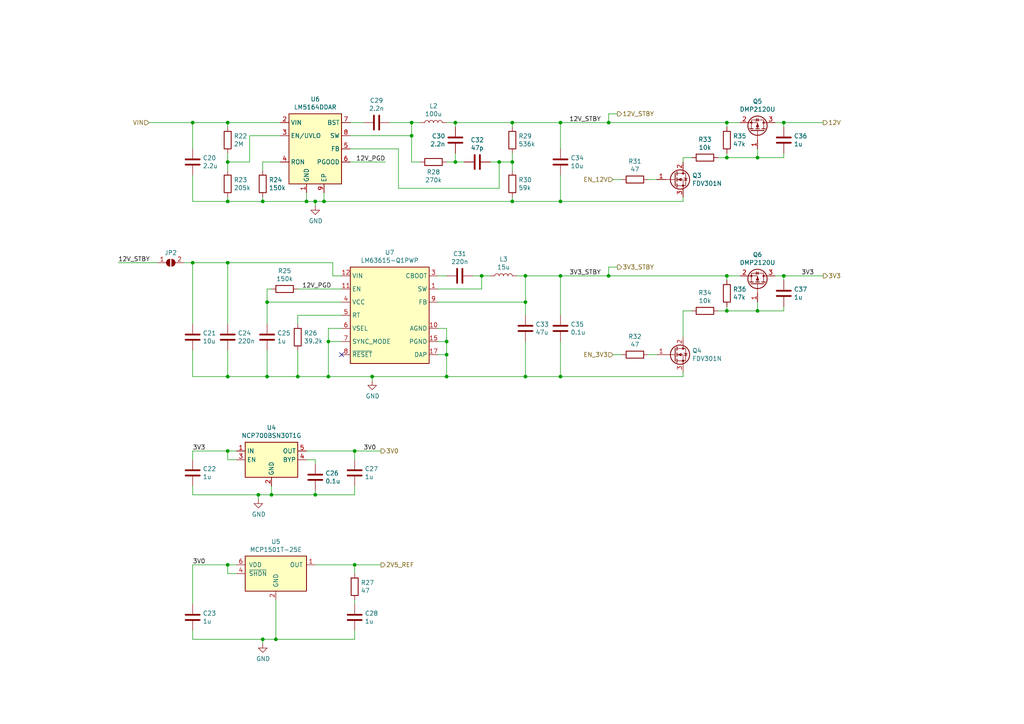
<source format=kicad_sch>
(kicad_sch (version 20211123) (generator eeschema)
  (paper "A4")
  (lib_symbols
    (symbol "Device:C" (pin_numbers hide) (pin_names (offset 0.254))
      (property "Reference" "C" (at 0.635 2.54 0))
      (property "Value" "C" (at 0.635 -2.54 0))
      (symbol "C_0_1"
        (polyline (pts (xy -2.032 -0.762) (xy 2.032 -0.762)) (stroke (width 0.508)))
        (polyline (pts (xy -2.032 0.762) (xy 2.032 0.762)) (stroke (width 0.508)))
      )
      (symbol "C_1_1"
        (pin passive line (at 0 3.81 270) (length 2.794) (name "~") (number "1"))
        (pin passive line (at 0 -3.81 90) (length 2.794) (name "~") (number "2"))
      )
    )
    (symbol "Device:L" (pin_numbers hide) (pin_names (offset 1.016) hide)
      (property "Reference" "L" (at -1.27 0 90))
      (property "Value" "L" (at 1.905 0 90))
      (symbol "L_0_1"
        (arc (start 0 -2.54) (mid 0.635 -1.905) (end 0 -1.27))
        (arc (start 0 -1.27) (mid 0.635 -0.635) (end 0 0))
        (arc (start 0 0) (mid 0.635 0.635) (end 0 1.27))
        (arc (start 0 1.27) (mid 0.635 1.905) (end 0 2.54))
      )
      (symbol "L_1_1"
        (pin passive line (at 0 3.81 270) (length 1.27) (name "1") (number "1"))
        (pin passive line (at 0 -3.81 90) (length 1.27) (name "2") (number "2"))
      )
    )
    (symbol "Device:Q_NMOS_GDS" (pin_names (offset 0) hide)
      (property "Reference" "Q" (at 5.08 1.27 0))
      (property "Value" "Q_NMOS_GDS" (at 5.08 -1.27 0))
      (symbol "Q_NMOS_GDS_0_1"
        (polyline (pts (xy 0.254 0) (xy -2.54 0)))
        (polyline (pts (xy 0.254 1.905) (xy 0.254 -1.905)) (stroke (width 0.254)))
        (polyline (pts (xy 0.762 -1.27) (xy 0.762 -2.286)) (stroke (width 0.254)))
        (polyline (pts (xy 0.762 0.508) (xy 0.762 -0.508)) (stroke (width 0.254)))
        (polyline (pts (xy 0.762 2.286) (xy 0.762 1.27)) (stroke (width 0.254)))
        (polyline (pts (xy 2.54 2.54) (xy 2.54 1.778)))
        (polyline (pts (xy 2.54 -2.54) (xy 2.54 0) (xy 0.762 0)))
        (polyline (pts (xy 0.762 -1.778) (xy 3.302 -1.778) (xy 3.302 1.778) (xy 0.762 1.778)))
        (polyline (pts (xy 1.016 0) (xy 2.032 0.381) (xy 2.032 -0.381) (xy 1.016 0)) (fill (type outline)))
        (polyline (pts (xy 2.794 0.508) (xy 2.921 0.381) (xy 3.683 0.381) (xy 3.81 0.254)))
        (polyline (pts (xy 3.302 0.381) (xy 2.921 -0.254) (xy 3.683 -0.254) (xy 3.302 0.381)))
        (circle (center 1.651 0) (radius 2.794) (stroke (width 0.254)))
        (circle (center 2.54 -1.778) (radius 0.254) (fill (type outline)))
        (circle (center 2.54 1.778) (radius 0.254) (fill (type outline)))
      )
      (symbol "Q_NMOS_GDS_1_1"
        (pin input line (at -5.08 0 0) (length 2.54) (name "G") (number "1"))
        (pin passive line (at 2.54 5.08 270) (length 2.54) (name "D") (number "2"))
        (pin passive line (at 2.54 -5.08 90) (length 2.54) (name "S") (number "3"))
      )
    )
    (symbol "Device:Q_PMOS_GSD" (pin_names (offset 0) hide)
      (property "Reference" "Q" (at 5.08 1.27 0))
      (property "Value" "Q_PMOS_GSD" (at 5.08 -1.27 0))
      (symbol "Q_PMOS_GSD_0_1"
        (polyline (pts (xy 0.254 0) (xy -2.54 0)))
        (polyline (pts (xy 0.254 1.905) (xy 0.254 -1.905)) (stroke (width 0.254)))
        (polyline (pts (xy 0.762 -1.27) (xy 0.762 -2.286)) (stroke (width 0.254)))
        (polyline (pts (xy 0.762 0.508) (xy 0.762 -0.508)) (stroke (width 0.254)))
        (polyline (pts (xy 0.762 2.286) (xy 0.762 1.27)) (stroke (width 0.254)))
        (polyline (pts (xy 2.54 2.54) (xy 2.54 1.778)))
        (polyline (pts (xy 2.54 -2.54) (xy 2.54 0) (xy 0.762 0)))
        (polyline (pts (xy 0.762 1.778) (xy 3.302 1.778) (xy 3.302 -1.778) (xy 0.762 -1.778)))
        (polyline (pts (xy 2.286 0) (xy 1.27 0.381) (xy 1.27 -0.381) (xy 2.286 0)) (fill (type outline)))
        (polyline (pts (xy 2.794 -0.508) (xy 2.921 -0.381) (xy 3.683 -0.381) (xy 3.81 -0.254)))
        (polyline (pts (xy 3.302 -0.381) (xy 2.921 0.254) (xy 3.683 0.254) (xy 3.302 -0.381)))
        (circle (center 1.651 0) (radius 2.794) (stroke (width 0.254)))
        (circle (center 2.54 -1.778) (radius 0.254) (fill (type outline)))
        (circle (center 2.54 1.778) (radius 0.254) (fill (type outline)))
      )
      (symbol "Q_PMOS_GSD_1_1"
        (pin input line (at -5.08 0 0) (length 2.54) (name "G") (number "1"))
        (pin passive line (at 2.54 -5.08 90) (length 2.54) (name "S") (number "2"))
        (pin passive line (at 2.54 5.08 270) (length 2.54) (name "D") (number "3"))
      )
    )
    (symbol "Device:R" (pin_numbers hide) (pin_names (offset 0))
      (property "Reference" "R" (at 2.032 0 90))
      (property "Value" "R" (at 0 0 90))
      (symbol "R_0_1"
        (rectangle (start -1.016 -2.54) (end 1.016 2.54) (stroke (width 0.254)))
      )
      (symbol "R_1_1"
        (pin passive line (at 0 3.81 270) (length 1.27) (name "~") (number "1"))
        (pin passive line (at 0 -3.81 90) (length 1.27) (name "~") (number "2"))
      )
    )
    (symbol "Jumper:SolderJumper_2_Open" (pin_names (offset 0) hide)
      (property "Reference" "JP" (at 0 2.032 0))
      (property "Value" "SolderJumper_2_Open" (at 0 -2.54 0))
      (symbol "SolderJumper_2_Open_0_1"
        (arc (start -0.254 1.016) (mid -1.27 0) (end -0.254 -1.016))
        (arc (start -0.254 1.016) (mid -1.27 0) (end -0.254 -1.016) (fill (type outline)))
        (polyline (pts (xy -0.254 1.016) (xy -0.254 -1.016)))
        (polyline (pts (xy 0.254 1.016) (xy 0.254 -1.016)))
        (arc (start 0.254 -1.016) (mid 1.27 0) (end 0.254 1.016))
        (arc (start 0.254 -1.016) (mid 1.27 0) (end 0.254 1.016) (fill (type outline)))
      )
      (symbol "SolderJumper_2_Open_1_1"
        (pin passive line (at -3.81 0 0) (length 2.54) (name "A") (number "1"))
        (pin passive line (at 3.81 0 180) (length 2.54) (name "B") (number "2"))
      )
    )
    (symbol "Station:LM5164DDAR"
      (property "Reference" "U" (at -7.62 11.43 0))
      (property "Value" "LM5164DDAR" (at 7.62 11.43 0))
      (symbol "LM5164DDAR_0_1"
        (rectangle (start -7.62 10.16) (end 7.62 -10.16) (stroke (width 0.254)) (fill (type background)))
      )
      (symbol "LM5164DDAR_1_1"
        (pin power_in line (at -2.54 -12.7 90) (length 2.54) (name "GND") (number "1"))
        (pin power_in line (at -10.16 7.62 0) (length 2.54) (name "VIN") (number "2"))
        (pin input line (at -10.16 3.81 0) (length 2.54) (name "EN/UVLO") (number "3"))
        (pin input line (at -10.16 -3.81 0) (length 2.54) (name "RON") (number "4"))
        (pin input line (at 10.16 0 180) (length 2.54) (name "FB") (number "5"))
        (pin open_collector line (at 10.16 -3.81 180) (length 2.54) (name "PGOOD") (number "6"))
        (pin passive line (at 10.16 7.62 180) (length 2.54) (name "BST") (number "7"))
        (pin power_out line (at 10.16 3.81 180) (length 2.54) (name "SW") (number "8"))
        (pin passive line (at 2.54 -12.7 90) (length 2.54) (name "EP") (number "9"))
      )
    )
    (symbol "Station:LM63615-Q1PWP"
      (property "Reference" "U" (at -8.89 17.78 0))
      (property "Value" "LM63615-Q1PWP" (at -8.89 15.24 0))
      (symbol "LM63615-Q1PWP_0_1"
        (rectangle (start -11.43 13.97) (end 11.43 -13.97) (stroke (width 0.254)) (fill (type background)))
      )
      (symbol "LM63615-Q1PWP_1_1"
        (pin power_out line (at 13.97 7.62 180) (length 2.54) (name "SW") (number "1"))
        (pin power_in line (at 13.97 -3.81 180) (length 2.54) (name "AGND") (number "10"))
        (pin input line (at -13.97 7.62 0) (length 2.54) (name "EN") (number "11"))
        (pin power_in line (at -13.97 11.43 0) (length 2.54) (name "VIN") (number "12"))
        (pin passive line (at -13.97 11.43 0) (length 2.54) hide (name "VIN") (number "13"))
        (pin no_connect line (at 11.43 0 180) (length 2.54) hide (name "NC") (number "14"))
        (pin power_in line (at 13.97 -7.62 180) (length 2.54) (name "PGND") (number "15"))
        (pin passive line (at 13.97 -7.62 180) (length 2.54) hide (name "PGND") (number "16"))
        (pin power_in line (at 13.97 -11.43 180) (length 2.54) (name "DAP") (number "17"))
        (pin passive line (at 13.97 7.62 180) (length 2.54) hide (name "SW") (number "2"))
        (pin passive line (at 13.97 11.43 180) (length 2.54) (name "CBOOT") (number "3"))
        (pin power_out line (at -13.97 3.81 0) (length 2.54) (name "VCC") (number "4"))
        (pin input line (at -13.97 0 0) (length 2.54) (name "RT") (number "5"))
        (pin input line (at -13.97 -3.81 0) (length 2.54) (name "VSEL") (number "6"))
        (pin input line (at -13.97 -7.62 0) (length 2.54) (name "SYNC_MODE") (number "7"))
        (pin input line (at -13.97 -11.43 0) (length 2.54) (name "~{RESET}") (number "8"))
        (pin input line (at 13.97 3.81 180) (length 2.54) (name "FB") (number "9"))
      )
    )
    (symbol "Station:MCP1501T-25E" (pin_names (offset 1.016))
      (property "Reference" "U" (at 1.27 6.35 0))
      (property "Value" "MCP1501T-25E" (at -1.27 6.35 0))
      (symbol "MCP1501T-25E_0_1"
        (rectangle (start -8.89 5.08) (end 8.89 -5.08) (stroke (width 0.254)) (fill (type background)))
      )
      (symbol "MCP1501T-25E_1_1"
        (pin power_out line (at 11.43 2.54 180) (length 2.54) (name "OUT") (number "1"))
        (pin power_in line (at 0 -7.62 90) (length 2.54) (name "GND") (number "2"))
        (pin passive line (at 0 -7.62 90) (length 2.54) hide (name "GND") (number "3"))
        (pin input line (at -11.43 0 0) (length 2.54) (name "~{SHDN}") (number "4"))
        (pin passive line (at 0 -7.62 90) (length 2.54) hide (name "GND") (number "5"))
        (pin power_in line (at -11.43 2.54 0) (length 2.54) (name "VDD") (number "6"))
      )
    )
    (symbol "Station:NCP700BSN30T1G"
      (property "Reference" "U" (at -6.35 6.35 0))
      (property "Value" "NCP700BSN30T1G" (at 1.27 6.35 0))
      (symbol "NCP700BSN30T1G_0_1"
        (rectangle (start -7.62 -5.08) (end 7.62 5.08) (stroke (width 0.254)) (fill (type background)))
      )
      (symbol "NCP700BSN30T1G_1_1"
        (pin power_in line (at -10.16 2.54 0) (length 2.54) (name "IN") (number "1"))
        (pin power_in line (at 0 -7.62 90) (length 2.54) (name "GND") (number "2"))
        (pin input line (at -10.16 0 0) (length 2.54) (name "EN") (number "3"))
        (pin passive line (at 10.16 0 180) (length 2.54) (name "BYP") (number "4"))
        (pin power_out line (at 10.16 2.54 180) (length 2.54) (name "OUT") (number "5"))
      )
    )
    (symbol "power:GND" (power) (pin_names (offset 0))
      (property "Value" "GND" (at 0 -3.81 0))
      (symbol "GND_0_1"
        (polyline (pts (xy 0 0) (xy 0 -1.27) (xy 1.27 -1.27) (xy 0 -2.54) (xy -1.27 -1.27) (xy 0 -1.27)))
      )
      (symbol "GND_1_1"
        (pin power_in line (at 0 0 270) (length 0) hide (name "GND") (number "1"))
      )
    )
  )
  (junction (at 148.59 35.56))
  (junction (at 66.04 58.42))
  (junction (at 152.4 109.22))
  (junction (at 162.56 80.01))
  (junction (at 86.36 109.22))
  (junction (at 148.59 46.99))
  (junction (at 77.47 87.63))
  (junction (at 88.9 58.42))
  (junction (at 129.54 109.22))
  (junction (at 227.33 35.56))
  (junction (at 139.7 80.01))
  (junction (at 91.44 143.51))
  (junction (at 162.56 58.42))
  (junction (at 66.04 76.2))
  (junction (at 210.82 45.72))
  (junction (at 74.93 143.51))
  (junction (at 80.01 185.42))
  (junction (at 102.87 130.81))
  (junction (at 78.74 143.51))
  (junction (at 66.04 46.99))
  (junction (at 176.53 80.01))
  (junction (at 119.38 39.37))
  (junction (at 132.08 35.56))
  (junction (at 144.78 46.99))
  (junction (at 66.04 35.56))
  (junction (at 93.98 58.42))
  (junction (at 102.87 163.83))
  (junction (at 55.88 76.2))
  (junction (at 129.54 102.87))
  (junction (at 210.82 90.17))
  (junction (at 162.56 35.56))
  (junction (at 219.71 45.72))
  (junction (at 219.71 90.17))
  (junction (at 210.82 35.56))
  (junction (at 176.53 35.56))
  (junction (at 95.25 109.22))
  (junction (at 132.08 46.99))
  (junction (at 66.04 163.83))
  (junction (at 95.25 99.06))
  (junction (at 76.2 58.42))
  (junction (at 210.82 80.01))
  (junction (at 66.04 109.22))
  (junction (at 162.56 109.22))
  (junction (at 66.04 130.81))
  (junction (at 129.54 99.06))
  (junction (at 107.95 109.22))
  (junction (at 77.47 109.22))
  (junction (at 55.88 35.56))
  (junction (at 152.4 80.01))
  (junction (at 91.44 58.42))
  (junction (at 152.4 87.63))
  (junction (at 148.59 58.42))
  (junction (at 76.2 185.42))
  (junction (at 227.33 80.01))
  (junction (at 119.38 35.56))
  (no_connect (at 99.06 102.87))
  (wire (pts (xy 102.87 130.81) (xy 88.9 130.81)))
  (wire (pts (xy 113.03 35.56) (xy 119.38 35.56)))
  (wire (pts (xy 66.04 163.83) (xy 66.04 166.37)))
  (wire (pts (xy 137.16 80.01) (xy 139.7 80.01)))
  (wire (pts (xy 162.56 50.8) (xy 162.56 58.42)))
  (wire (pts (xy 91.44 58.42) (xy 88.9 58.42)))
  (wire (pts (xy 68.58 163.83) (xy 66.04 163.83)))
  (wire (pts (xy 55.88 130.81) (xy 55.88 133.35)))
  (wire (pts (xy 187.96 102.87) (xy 190.5 102.87)))
  (wire (pts (xy 110.49 130.81) (xy 102.87 130.81)))
  (wire (pts (xy 177.8 102.87) (xy 180.34 102.87)))
  (wire (pts (xy 176.53 35.56) (xy 210.82 35.56)))
  (wire (pts (xy 66.04 58.42) (xy 55.88 58.42)))
  (wire (pts (xy 66.04 58.42) (xy 66.04 57.15)))
  (wire (pts (xy 176.53 77.47) (xy 179.07 77.47)))
  (wire (pts (xy 95.25 99.06) (xy 95.25 109.22)))
  (wire (pts (xy 176.53 80.01) (xy 210.82 80.01)))
  (wire (pts (xy 129.54 109.22) (xy 152.4 109.22)))
  (wire (pts (xy 88.9 133.35) (xy 91.44 133.35)))
  (wire (pts (xy 210.82 44.45) (xy 210.82 45.72)))
  (wire (pts (xy 55.88 140.97) (xy 55.88 143.51)))
  (wire (pts (xy 129.54 99.06) (xy 127 99.06)))
  (wire (pts (xy 227.33 80.01) (xy 238.76 80.01)))
  (wire (pts (xy 148.59 58.42) (xy 148.59 57.15)))
  (wire (pts (xy 102.87 182.88) (xy 102.87 185.42)))
  (wire (pts (xy 99.06 80.01) (xy 96.52 80.01)))
  (wire (pts (xy 76.2 46.99) (xy 81.28 46.99)))
  (wire (pts (xy 162.56 109.22) (xy 198.12 109.22)))
  (wire (pts (xy 55.88 163.83) (xy 55.88 175.26)))
  (wire (pts (xy 127 80.01) (xy 129.54 80.01)))
  (wire (pts (xy 127 87.63) (xy 152.4 87.63)))
  (wire (pts (xy 66.04 166.37) (xy 68.58 166.37)))
  (wire (pts (xy 144.78 46.99) (xy 144.78 54.61)))
  (wire (pts (xy 107.95 109.22) (xy 95.25 109.22)))
  (wire (pts (xy 119.38 35.56) (xy 121.92 35.56)))
  (wire (pts (xy 129.54 109.22) (xy 107.95 109.22)))
  (wire (pts (xy 80.01 185.42) (xy 102.87 185.42)))
  (wire (pts (xy 110.49 163.83) (xy 102.87 163.83)))
  (wire (pts (xy 119.38 39.37) (xy 101.6 39.37)))
  (wire (pts (xy 91.44 143.51) (xy 102.87 143.51)))
  (wire (pts (xy 144.78 46.99) (xy 148.59 46.99)))
  (wire (pts (xy 96.52 80.01) (xy 96.52 76.2)))
  (wire (pts (xy 115.57 43.18) (xy 115.57 54.61)))
  (wire (pts (xy 219.71 87.63) (xy 219.71 90.17)))
  (wire (pts (xy 93.98 55.88) (xy 93.98 58.42)))
  (wire (pts (xy 74.93 143.51) (xy 74.93 144.78)))
  (wire (pts (xy 66.04 101.6) (xy 66.04 109.22)))
  (wire (pts (xy 210.82 90.17) (xy 219.71 90.17)))
  (wire (pts (xy 152.4 80.01) (xy 162.56 80.01)))
  (wire (pts (xy 129.54 99.06) (xy 129.54 102.87)))
  (wire (pts (xy 86.36 91.44) (xy 86.36 93.98)))
  (wire (pts (xy 55.88 109.22) (xy 55.88 101.6)))
  (wire (pts (xy 102.87 140.97) (xy 102.87 143.51)))
  (wire (pts (xy 80.01 173.99) (xy 80.01 185.42)))
  (wire (pts (xy 148.59 35.56) (xy 132.08 35.56)))
  (wire (pts (xy 86.36 101.6) (xy 86.36 109.22)))
  (wire (pts (xy 91.44 133.35) (xy 91.44 134.62)))
  (wire (pts (xy 66.04 163.83) (xy 55.88 163.83)))
  (wire (pts (xy 227.33 35.56) (xy 238.76 35.56)))
  (wire (pts (xy 55.88 35.56) (xy 43.18 35.56)))
  (wire (pts (xy 72.39 46.99) (xy 72.39 39.37)))
  (wire (pts (xy 66.04 130.81) (xy 68.58 130.81)))
  (wire (pts (xy 142.24 46.99) (xy 144.78 46.99)))
  (wire (pts (xy 78.74 83.82) (xy 77.47 83.82)))
  (wire (pts (xy 93.98 58.42) (xy 148.59 58.42)))
  (wire (pts (xy 76.2 58.42) (xy 66.04 58.42)))
  (wire (pts (xy 162.56 58.42) (xy 148.59 58.42)))
  (wire (pts (xy 102.87 175.26) (xy 102.87 173.99)))
  (wire (pts (xy 76.2 185.42) (xy 80.01 185.42)))
  (wire (pts (xy 88.9 55.88) (xy 88.9 58.42)))
  (wire (pts (xy 76.2 58.42) (xy 76.2 57.15)))
  (wire (pts (xy 66.04 49.53) (xy 66.04 46.99)))
  (wire (pts (xy 129.54 102.87) (xy 129.54 109.22)))
  (wire (pts (xy 162.56 99.06) (xy 162.56 109.22)))
  (wire (pts (xy 148.59 35.56) (xy 148.59 36.83)))
  (wire (pts (xy 210.82 45.72) (xy 219.71 45.72)))
  (wire (pts (xy 78.74 140.97) (xy 78.74 143.51)))
  (wire (pts (xy 105.41 35.56) (xy 101.6 35.56)))
  (wire (pts (xy 99.06 95.25) (xy 95.25 95.25)))
  (wire (pts (xy 101.6 46.99) (xy 111.76 46.99)))
  (wire (pts (xy 119.38 46.99) (xy 119.38 39.37)))
  (wire (pts (xy 198.12 58.42) (xy 198.12 57.15)))
  (wire (pts (xy 95.25 109.22) (xy 86.36 109.22)))
  (wire (pts (xy 198.12 109.22) (xy 198.12 107.95)))
  (wire (pts (xy 227.33 36.83) (xy 227.33 35.56)))
  (wire (pts (xy 162.56 35.56) (xy 162.56 43.18)))
  (wire (pts (xy 224.79 35.56) (xy 227.33 35.56)))
  (wire (pts (xy 177.8 52.07) (xy 180.34 52.07)))
  (wire (pts (xy 66.04 46.99) (xy 72.39 46.99)))
  (wire (pts (xy 99.06 87.63) (xy 77.47 87.63)))
  (wire (pts (xy 86.36 109.22) (xy 77.47 109.22)))
  (wire (pts (xy 66.04 35.56) (xy 55.88 35.56)))
  (wire (pts (xy 198.12 46.99) (xy 198.12 45.72)))
  (wire (pts (xy 72.39 39.37) (xy 81.28 39.37)))
  (wire (pts (xy 152.4 99.06) (xy 152.4 109.22)))
  (wire (pts (xy 132.08 35.56) (xy 129.54 35.56)))
  (wire (pts (xy 187.96 52.07) (xy 190.5 52.07)))
  (wire (pts (xy 76.2 49.53) (xy 76.2 46.99)))
  (wire (pts (xy 53.34 76.2) (xy 55.88 76.2)))
  (wire (pts (xy 210.82 45.72) (xy 208.28 45.72)))
  (wire (pts (xy 66.04 44.45) (xy 66.04 46.99)))
  (wire (pts (xy 152.4 109.22) (xy 162.56 109.22)))
  (wire (pts (xy 102.87 166.37) (xy 102.87 163.83)))
  (wire (pts (xy 66.04 76.2) (xy 66.04 93.98)))
  (wire (pts (xy 149.86 80.01) (xy 152.4 80.01)))
  (wire (pts (xy 95.25 99.06) (xy 99.06 99.06)))
  (wire (pts (xy 66.04 109.22) (xy 55.88 109.22)))
  (wire (pts (xy 66.04 133.35) (xy 66.04 130.81)))
  (wire (pts (xy 81.28 35.56) (xy 66.04 35.56)))
  (wire (pts (xy 132.08 36.83) (xy 132.08 35.56)))
  (wire (pts (xy 86.36 83.82) (xy 99.06 83.82)))
  (wire (pts (xy 91.44 58.42) (xy 93.98 58.42)))
  (wire (pts (xy 152.4 80.01) (xy 152.4 87.63)))
  (wire (pts (xy 95.25 95.25) (xy 95.25 99.06)))
  (wire (pts (xy 66.04 35.56) (xy 66.04 36.83)))
  (wire (pts (xy 78.74 143.51) (xy 91.44 143.51)))
  (wire (pts (xy 74.93 143.51) (xy 55.88 143.51)))
  (wire (pts (xy 200.66 90.17) (xy 198.12 90.17)))
  (wire (pts (xy 210.82 35.56) (xy 210.82 36.83)))
  (wire (pts (xy 55.88 182.88) (xy 55.88 185.42)))
  (wire (pts (xy 99.06 91.44) (xy 86.36 91.44)))
  (wire (pts (xy 119.38 35.56) (xy 119.38 39.37)))
  (wire (pts (xy 91.44 142.24) (xy 91.44 143.51)))
  (wire (pts (xy 68.58 133.35) (xy 66.04 133.35)))
  (wire (pts (xy 162.56 80.01) (xy 176.53 80.01)))
  (wire (pts (xy 224.79 80.01) (xy 227.33 80.01)))
  (wire (pts (xy 139.7 80.01) (xy 139.7 83.82)))
  (wire (pts (xy 132.08 46.99) (xy 134.62 46.99)))
  (wire (pts (xy 148.59 35.56) (xy 162.56 35.56)))
  (wire (pts (xy 77.47 109.22) (xy 77.47 101.6)))
  (wire (pts (xy 102.87 163.83) (xy 91.44 163.83)))
  (wire (pts (xy 55.88 43.18) (xy 55.88 35.56)))
  (wire (pts (xy 214.63 80.01) (xy 210.82 80.01)))
  (wire (pts (xy 227.33 44.45) (xy 227.33 45.72)))
  (wire (pts (xy 162.56 58.42) (xy 198.12 58.42)))
  (wire (pts (xy 227.33 90.17) (xy 219.71 90.17)))
  (wire (pts (xy 96.52 76.2) (xy 66.04 76.2)))
  (wire (pts (xy 148.59 49.53) (xy 148.59 46.99)))
  (wire (pts (xy 129.54 95.25) (xy 129.54 99.06)))
  (wire (pts (xy 121.92 46.99) (xy 119.38 46.99)))
  (wire (pts (xy 139.7 83.82) (xy 127 83.82)))
  (wire (pts (xy 210.82 80.01) (xy 210.82 81.28)))
  (wire (pts (xy 34.29 76.2) (xy 45.72 76.2)))
  (wire (pts (xy 176.53 33.02) (xy 179.07 33.02)))
  (wire (pts (xy 55.88 76.2) (xy 55.88 93.98)))
  (wire (pts (xy 162.56 35.56) (xy 176.53 35.56)))
  (wire (pts (xy 176.53 80.01) (xy 176.53 77.47)))
  (wire (pts (xy 66.04 76.2) (xy 55.88 76.2)))
  (wire (pts (xy 66.04 130.81) (xy 55.88 130.81)))
  (wire (pts (xy 129.54 102.87) (xy 127 102.87)))
  (wire (pts (xy 91.44 58.42) (xy 91.44 59.69)))
  (wire (pts (xy 219.71 43.18) (xy 219.71 45.72)))
  (wire (pts (xy 55.88 185.42) (xy 76.2 185.42)))
  (wire (pts (xy 176.53 35.56) (xy 176.53 33.02)))
  (wire (pts (xy 129.54 46.99) (xy 132.08 46.99)))
  (wire (pts (xy 77.47 109.22) (xy 66.04 109.22)))
  (wire (pts (xy 152.4 87.63) (xy 152.4 91.44)))
  (wire (pts (xy 127 95.25) (xy 129.54 95.25)))
  (wire (pts (xy 210.82 88.9) (xy 210.82 90.17)))
  (wire (pts (xy 102.87 133.35) (xy 102.87 130.81)))
  (wire (pts (xy 148.59 44.45) (xy 148.59 46.99)))
  (wire (pts (xy 227.33 88.9) (xy 227.33 90.17)))
  (wire (pts (xy 101.6 43.18) (xy 115.57 43.18)))
  (wire (pts (xy 198.12 45.72) (xy 200.66 45.72)))
  (wire (pts (xy 78.74 143.51) (xy 74.93 143.51)))
  (wire (pts (xy 210.82 90.17) (xy 208.28 90.17)))
  (wire (pts (xy 77.47 83.82) (xy 77.47 87.63)))
  (wire (pts (xy 132.08 46.99) (xy 132.08 44.45)))
  (wire (pts (xy 88.9 58.42) (xy 76.2 58.42)))
  (wire (pts (xy 115.57 54.61) (xy 144.78 54.61)))
  (wire (pts (xy 214.63 35.56) (xy 210.82 35.56)))
  (wire (pts (xy 107.95 109.22) (xy 107.95 110.49)))
  (wire (pts (xy 139.7 80.01) (xy 142.24 80.01)))
  (wire (pts (xy 227.33 45.72) (xy 219.71 45.72)))
  (wire (pts (xy 198.12 90.17) (xy 198.12 97.79)))
  (wire (pts (xy 76.2 185.42) (xy 76.2 186.69)))
  (wire (pts (xy 162.56 91.44) (xy 162.56 80.01)))
  (wire (pts (xy 55.88 58.42) (xy 55.88 50.8)))
  (wire (pts (xy 227.33 81.28) (xy 227.33 80.01)))
  (wire (pts (xy 77.47 87.63) (xy 77.47 93.98)))
  (label "12V_PGD" (at 111.76 46.99 180))
  (label "3V0" (at 55.88 163.83 0))
  (label "12V_STBY" (at 34.29 76.2 0))
  (label "3V3_STBY" (at 165.1 80.01 0))
  (label "3V3" (at 232.41 80.01 0))
  (label "3V0" (at 105.41 130.81 0))
  (label "12V_PGD" (at 87.63 83.82 0))
  (label "12V_STBY" (at 165.1 35.56 0))
  (label "3V3" (at 55.88 130.81 0))
  (hierarchical_label "12V_STBY" (shape output) (at 179.07 33.02 0))
  (hierarchical_label "3V0" (shape output) (at 110.49 130.81 0))
  (hierarchical_label "3V3" (shape output) (at 238.76 80.01 0))
  (hierarchical_label "2V5_REF" (shape output) (at 110.49 163.83 0))
  (hierarchical_label "EN_12V" (shape input) (at 177.8 52.07 180))
  (hierarchical_label "3V3_STBY" (shape output) (at 179.07 77.47 0))
  (hierarchical_label "VIN" (shape input) (at 43.18 35.56 180))
  (hierarchical_label "EN_3V3" (shape input) (at 177.8 102.87 180))
  (hierarchical_label "12V" (shape output) (at 238.76 35.56 0))
  (symbol (lib_id "Station:NCP700BSN30T1G") (at 78.74 133.35 0) (unit 1)
    (property "Reference" "U4" (at 78.74 124.0282 0))
    (property "Value" "NCP700BSN30T1G" (at 78.74 126.3396 0))
    (property "Footprint" "Package_TO_SOT_SMD:SOT-23-5" (effects hide))
    (property "Datasheet" "https://www.onsemi.com/pub/Collateral/NCP700B-D.pdf" (effects hide))
    (property "Manufacturer" "ON Semiconductor" (effects hide))
    (property "Part Number" "NCP700BSN30T1G" (effects hide))
  )
  (symbol (lib_id "Device:C") (at 55.88 137.16 0) (unit 1)
    (property "Reference" "C22" (at 58.801 135.9916 0) (effects (justify left)))
    (property "Value" "1u" (at 58.801 138.303 0) (effects (justify left)))
    (property "Footprint" "Capacitor_SMD:C_1206_3216Metric" (effects hide))
    (property "Datasheet" "https://api.kemet.com/component-edge/download/datasheet/C1206C105K3RACAUTO.pdf" (effects hide))
    (property "Voltage Rating" "25 V" (effects hide))
    (property "Manufacturer" "KEMET" (effects hide))
    (property "Part Number" "C1206C105K3RACAUTO" (effects hide))
    (property "Tolerance" "10%" (effects hide))
  )
  (symbol (lib_id "Device:C") (at 102.87 137.16 0) (unit 1)
    (property "Reference" "C27" (at 105.791 135.9916 0) (effects (justify left)))
    (property "Value" "1u" (at 105.791 138.303 0) (effects (justify left)))
    (property "Footprint" "Capacitor_SMD:C_1206_3216Metric" (effects hide))
    (property "Datasheet" "https://api.kemet.com/component-edge/download/datasheet/C1206C105K3RACAUTO.pdf" (effects hide))
    (property "Voltage Rating" "25 V" (effects hide))
    (property "Manufacturer" "KEMET" (effects hide))
    (property "Part Number" "C1206C105K3RACAUTO" (effects hide))
    (property "Tolerance" "10%" (effects hide))
  )
  (symbol (lib_id "Device:C") (at 91.44 138.43 0) (unit 1)
    (property "Reference" "C26" (at 94.361 137.2616 0) (effects (justify left)))
    (property "Value" "0.1u" (at 94.361 139.573 0) (effects (justify left)))
    (property "Footprint" "Capacitor_SMD:C_0603_1608Metric" (effects hide))
    (property "Datasheet" "https://ds.yuden.co.jp/TYCOMPAS/ut/detail?pn=GMK107B7104KAHT%20%20&u=M" (effects hide))
    (property "Voltage Rating" "35 V" (effects hide))
    (property "Manufacturer" "Taiyo Yuden" (effects hide))
    (property "Part Number" "GMK107B7104KAHT" (effects hide))
    (property "Tolerance" "10%" (effects hide))
  )
  (symbol (lib_id "power:GND") (at 74.93 144.78 0) (unit 1)
    (property "Reference" "#PWR018" (effects hide))
    (property "Value" "GND" (at 75.057 149.1742 0))
  )
  (symbol (lib_id "Station:MCP1501T-25E") (at 80.01 166.37 0) (unit 1)
    (property "Reference" "U5" (at 80.01 157.099 0))
    (property "Value" "MCP1501T-25E" (at 80.01 159.4104 0))
    (property "Footprint" "Package_TO_SOT_SMD:SOT-23-6" (effects hide))
    (property "Datasheet" "http://ww1.microchip.com/downloads/en/DeviceDoc/20005474E.pdf" (effects hide))
    (property "Manufacturer" "Microchip" (effects hide))
    (property "Part Number" "MCP1501T-25E/CHY" (effects hide))
    (property "DNP" "X" (effects hide))
  )
  (symbol (lib_id "Device:C") (at 55.88 179.07 0) (unit 1)
    (property "Reference" "C23" (at 58.801 177.9016 0) (effects (justify left)))
    (property "Value" "1u" (at 58.801 180.213 0) (effects (justify left)))
    (property "Footprint" "Capacitor_SMD:C_1206_3216Metric" (effects hide))
    (property "Datasheet" "https://api.kemet.com/component-edge/download/datasheet/C1206C105K3RACAUTO.pdf" (effects hide))
    (property "Voltage Rating" "25 V" (effects hide))
    (property "Manufacturer" "KEMET" (effects hide))
    (property "Part Number" "C1206C105K3RACAUTO" (effects hide))
    (property "Tolerance" "10%" (effects hide))
    (property "DNP" "X" (effects hide))
  )
  (symbol (lib_id "Device:C") (at 102.87 179.07 0) (unit 1)
    (property "Reference" "C28" (at 105.791 177.9016 0) (effects (justify left)))
    (property "Value" "1u" (at 105.791 180.213 0) (effects (justify left)))
    (property "Footprint" "Capacitor_SMD:C_1206_3216Metric" (effects hide))
    (property "Datasheet" "https://api.kemet.com/component-edge/download/datasheet/C1206C105K3RACAUTO.pdf" (effects hide))
    (property "Voltage Rating" "25 V" (effects hide))
    (property "Manufacturer" "KEMET" (effects hide))
    (property "Part Number" "C1206C105K3RACAUTO" (effects hide))
    (property "Tolerance" "10%" (effects hide))
    (property "DNP" "X" (effects hide))
  )
  (symbol (lib_id "Station:LM5164DDAR") (at 91.44 43.18 0) (unit 1)
    (property "Reference" "U6" (at 91.44 28.7782 0))
    (property "Value" "LM5164DDAR" (at 91.44 31.0896 0))
    (property "Footprint" "Package_SO:TI_SO-PowerPAD-8" (effects hide))
    (property "Datasheet" "http://www.ti.com/lit/ds/symlink/lm5164.pdf" (effects hide))
    (property "Manufacturer" "Texas Instruments" (effects hide))
    (property "Part Number" "LM5164DDAR" (effects hide))
  )
  (symbol (lib_id "power:GND") (at 91.44 59.69 0) (unit 1)
    (property "Reference" "#PWR019" (effects hide))
    (property "Value" "GND" (at 91.567 64.0842 0))
  )
  (symbol (lib_id "Device:R") (at 76.2 53.34 0) (unit 1)
    (property "Reference" "R24" (at 77.978 52.1716 0) (effects (justify left)))
    (property "Value" "150k" (at 77.978 54.483 0) (effects (justify left)))
    (property "Footprint" "Resistor_SMD:R_0603_1608Metric" (effects hide))
    (property "Datasheet" "https://www.seielect.com/catalog/sei-rmcf_rmcp.pdf" (effects hide))
    (property "Tolerance" "1%" (effects hide))
    (property "Manufacturer" "Stackpole Electronics Inc" (effects hide))
    (property "Part Number" "RMCF0603FT150K" (effects hide))
  )
  (symbol (lib_id "Device:R") (at 66.04 53.34 0) (unit 1)
    (property "Reference" "R23" (at 67.818 52.1716 0) (effects (justify left)))
    (property "Value" "205k" (at 67.818 54.483 0) (effects (justify left)))
    (property "Footprint" "Resistor_SMD:R_0603_1608Metric" (effects hide))
    (property "Datasheet" "https://www.seielect.com/catalog/sei-rmcf_rmcp.pdf" (effects hide))
    (property "Tolerance" "1%" (effects hide))
    (property "Manufacturer" "Stackpole Electronics Inc" (effects hide))
    (property "Part Number" "RMCF0603FT205K" (effects hide))
  )
  (symbol (lib_id "Device:R") (at 66.04 40.64 0) (unit 1)
    (property "Reference" "R22" (at 67.818 39.4716 0) (effects (justify left)))
    (property "Value" "2M" (at 67.818 41.783 0) (effects (justify left)))
    (property "Footprint" "Resistor_SMD:R_0603_1608Metric" (effects hide))
    (property "Datasheet" "https://industrial.panasonic.com/cdbs/www-data/pdf/RDA0000/AOA0000C304.pdf" (effects hide))
    (property "Tolerance" "1%" (effects hide))
    (property "Manufacturer" "Panasonic" (effects hide))
    (property "Part Number" "ERJ-3EKF2004V" (effects hide))
  )
  (symbol (lib_id "Device:C") (at 55.88 46.99 0) (unit 1)
    (property "Reference" "C20" (at 58.801 45.8216 0) (effects (justify left)))
    (property "Value" "2.2u" (at 58.801 48.133 0) (effects (justify left)))
    (property "Footprint" "Capacitor_SMD:C_1210_3225Metric" (effects hide))
    (property "Datasheet" "https://ds.yuden.co.jp/TYCOMPAS/ut/detail?pn=HMK325B7225KM-T%20%20&u=M" (effects hide))
    (property "Voltage Rating" "100 V" (effects hide))
    (property "Part Number" "HMK325B7225KM-T" (effects hide))
    (property "Manufacturer" "Taiyo Yuden" (effects hide))
    (property "Tolerance" "10%" (effects hide))
  )
  (symbol (lib_id "Device:L") (at 125.73 35.56 90) (unit 1)
    (property "Reference" "L2" (at 125.73 30.734 90))
    (property "Value" "100u" (at 125.73 33.0454 90))
    (property "Footprint" "station:L_Coilcraft_MSS1210" (effects hide))
    (property "Datasheet" "http://www.coilcraft.com/pdfs/mss1210.pdf" (effects hide))
    (property "Part Number" "MSS1210-104KEB" (effects hide))
    (property "Manufacturer" "Coilcraft" (effects hide))
  )
  (symbol (lib_id "Device:C") (at 109.22 35.56 270) (unit 1)
    (property "Reference" "C29" (at 109.22 29.1592 90))
    (property "Value" "2.2n" (at 109.22 31.4706 90))
    (property "Footprint" "Capacitor_SMD:C_0805_2012Metric" (effects hide))
    (property "Datasheet" "https://api.kemet.com/component-edge/download/datasheet/C0805C222K5RACTU.pdf" (effects hide))
    (property "Voltage Rating" "50 V" (effects hide))
    (property "Part Number" "C0805C222K5RACTU" (effects hide))
    (property "Manufacturer" "KEMET" (effects hide))
    (property "Tolerance" "10%" (effects hide))
  )
  (symbol (lib_id "Device:R") (at 125.73 46.99 270) (unit 1)
    (property "Reference" "R28" (at 125.73 49.911 90))
    (property "Value" "270k" (at 125.73 52.2224 90))
    (property "Footprint" "Resistor_SMD:R_0603_1608Metric" (effects hide))
    (property "Datasheet" "https://www.seielect.com/catalog/sei-rmcf_rmcp.pdf" (effects hide))
    (property "Tolerance" "1%" (effects hide))
    (property "Manufacturer" "Stackpole Electronics Inc" (effects hide))
    (property "Part Number" "RMCF0603FT270K" (effects hide))
  )
  (symbol (lib_id "Device:C") (at 132.08 40.64 180) (unit 1)
    (property "Reference" "C30" (at 129.159 39.4716 0) (effects (justify left)))
    (property "Value" "2.2n" (at 129.159 41.783 0) (effects (justify left)))
    (property "Footprint" "Capacitor_SMD:C_0805_2012Metric" (effects hide))
    (property "Datasheet" "https://api.kemet.com/component-edge/download/datasheet/C0805C222K5RACTU.pdf" (effects hide))
    (property "Part Number" "C0805C222K5RACTU" (effects hide))
    (property "Voltage Rating" "50 V" (effects hide))
    (property "Manufacturer" "KEMET" (effects hide))
    (property "Tolerance" "10%" (effects hide))
  )
  (symbol (lib_id "Device:C") (at 138.43 46.99 90) (unit 1)
    (property "Reference" "C32" (at 138.43 40.5892 90))
    (property "Value" "47p" (at 138.43 42.9006 90))
    (property "Footprint" "Capacitor_SMD:C_0603_1608Metric" (effects hide))
    (property "Datasheet" "https://www.we-online.de/katalog/datasheet/885012006021.pdf" (effects hide))
    (property "Manufacturer" "Wurth Electronik" (effects hide))
    (property "Part Number" "885012006021" (effects hide))
    (property "Tolerance" "5%" (effects hide))
    (property "Voltage Rating" "16V" (effects hide))
  )
  (symbol (lib_id "Device:R") (at 148.59 40.64 180) (unit 1)
    (property "Reference" "R29" (at 150.368 39.4716 0) (effects (justify right)))
    (property "Value" "536k" (at 150.368 41.783 0) (effects (justify right)))
    (property "Footprint" "Resistor_SMD:R_0603_1608Metric" (effects hide))
    (property "Datasheet" "https://www.seielect.com/catalog/sei-rmcf_rmcp.pdf" (effects hide))
    (property "Tolerance" "1%" (effects hide))
    (property "Manufacturer" "Stackpole Electronics Inc" (effects hide))
    (property "Part Number" "RMCF0603FT536K" (effects hide))
  )
  (symbol (lib_id "Device:R") (at 148.59 53.34 180) (unit 1)
    (property "Reference" "R30" (at 150.368 52.1716 0) (effects (justify right)))
    (property "Value" "59k" (at 150.368 54.483 0) (effects (justify right)))
    (property "Footprint" "Resistor_SMD:R_0603_1608Metric" (effects hide))
    (property "Datasheet" "https://www.seielect.com/catalog/sei-rmcf_rmcp.pdf" (effects hide))
    (property "Tolerance" "1%" (effects hide))
    (property "Manufacturer" "Stackpole Electronics Inc" (effects hide))
    (property "Part Number" "RMCF0603FT59K0" (effects hide))
  )
  (symbol (lib_id "Device:R") (at 102.87 170.18 180) (unit 1)
    (property "Reference" "R27" (at 104.648 169.0116 0) (effects (justify right)))
    (property "Value" "47" (at 104.648 171.323 0) (effects (justify right)))
    (property "Footprint" "Resistor_SMD:R_0603_1608Metric" (effects hide))
    (property "Datasheet" "https://www.seielect.com/catalog/sei-rmcf_rmcp.pdf" (effects hide))
    (property "Tolerance" "1%" (effects hide))
    (property "DNP" "X" (effects hide))
    (property "Manufacturer" "Stackpole Electronics Inc" (effects hide))
    (property "Part Number" "RMCF0603FT47R0" (effects hide))
  )
  (symbol (lib_id "Device:C") (at 162.56 46.99 0) (unit 1)
    (property "Reference" "C34" (at 165.481 45.8216 0) (effects (justify left)))
    (property "Value" "10u" (at 165.481 48.133 0) (effects (justify left)))
    (property "Footprint" "Capacitor_SMD:C_1206_3216Metric" (effects hide))
    (property "Datasheet" "http://www.yuden.co.jp/productdata/catalog/mlcc06_e.pdf" (effects hide))
    (property "Voltage Rating" "35 V" (effects hide))
    (property "Manufacturer" "Taiyo Yuden" (effects hide))
    (property "Part Number" "GMK316AB7106KL-TR" (effects hide))
    (property "Tolerance" "10%" (effects hide))
  )
  (symbol (lib_id "Device:Q_PMOS_GSD") (at 219.71 38.1 270) (mirror x) (unit 1)
    (property "Reference" "Q5" (at 219.71 29.4132 90))
    (property "Value" "DMP2120U" (at 219.71 31.7246 90))
    (property "Footprint" "Package_TO_SOT_SMD:SOT-23" (effects hide))
    (property "Datasheet" "https://www.diodes.com/assets/Datasheets/DMP2120U.pdf" (effects hide))
    (property "Manufacturer" "Diodes Incorporated" (effects hide))
    (property "Part Number" "DMP2120U" (effects hide))
  )
  (symbol (lib_id "Device:R") (at 204.47 45.72 90) (unit 1)
    (property "Reference" "R33" (at 204.47 40.4622 90))
    (property "Value" "10k" (at 204.47 42.7736 90))
    (property "Footprint" "Resistor_SMD:R_0603_1608Metric" (effects hide))
    (property "Datasheet" "https://www.seielect.com/catalog/sei-rmcf_rmcp.pdf" (effects hide))
    (property "Tolerance" "5%" (effects hide))
    (property "Manufacturer" "Stackpole Electronics Inc" (effects hide))
    (property "Part Number" "RMCF0603JG10K0" (effects hide))
  )
  (symbol (lib_id "Device:C") (at 227.33 40.64 0) (mirror y) (unit 1)
    (property "Reference" "C36" (at 230.251 39.4716 0) (effects (justify right)))
    (property "Value" "1u" (at 230.251 41.783 0) (effects (justify right)))
    (property "Footprint" "Capacitor_SMD:C_1206_3216Metric" (effects hide))
    (property "Datasheet" "https://api.kemet.com/component-edge/download/datasheet/C1206C105K3RACAUTO.pdf" (effects hide))
    (property "Voltage Rating" "25 V" (effects hide))
    (property "Manufacturer" "KEMET" (effects hide))
    (property "Part Number" "C1206C105K3RACAUTO" (effects hide))
    (property "Tolerance" "10%" (effects hide))
  )
  (symbol (lib_id "power:GND") (at 76.2 186.69 0) (unit 1)
    (property "Reference" "#PWR0101" (effects hide))
    (property "Value" "GND" (at 76.327 191.0842 0))
  )
  (symbol (lib_id "Device:R") (at 210.82 40.64 180) (unit 1)
    (property "Reference" "R35" (at 212.598 39.4716 0) (effects (justify right)))
    (property "Value" "47k" (at 212.598 41.783 0) (effects (justify right)))
    (property "Footprint" "Resistor_SMD:R_0603_1608Metric" (effects hide))
    (property "Datasheet" "https://www.bourns.com/docs/product-datasheets/CRxxxxx.pdf" (effects hide))
    (property "Tolerance" "5%" (effects hide))
    (property "Manufacturer" "Bourns" (effects hide))
    (property "Part Number" "CR0603-JW-473ELF" (effects hide))
  )
  (symbol (lib_id "Device:Q_NMOS_GDS") (at 195.58 52.07 0) (unit 1)
    (property "Reference" "Q3" (at 200.7616 50.9016 0) (effects (justify left)))
    (property "Value" "FDV301N" (at 200.7616 53.213 0) (effects (justify left)))
    (property "Footprint" "Package_TO_SOT_SMD:SOT-23" (effects hide))
    (property "Datasheet" "https://www.onsemi.com/pdf/datasheet/fdv301n-d.pdf" (effects hide))
    (property "Manufacturer" "ON Semiconductor" (effects hide))
    (property "Part Number" "FDV301N" (effects hide))
  )
  (symbol (lib_id "Device:R") (at 184.15 52.07 90) (unit 1)
    (property "Reference" "R31" (at 184.15 46.8122 90))
    (property "Value" "47" (at 184.15 49.1236 90))
    (property "Footprint" "Resistor_SMD:R_0603_1608Metric" (effects hide))
    (property "Datasheet" "https://www.seielect.com/catalog/sei-rmcf_rmcp.pdf" (effects hide))
    (property "Tolerance" "1%" (effects hide))
    (property "Manufacturer" "Stackpole Electronics Inc" (effects hide))
    (property "Part Number" "RMCF0603FT47R0" (effects hide))
  )
  (symbol (lib_id "Station:LM63615-Q1PWP") (at 113.03 91.44 0) (unit 1)
    (property "Reference" "U7" (at 113.03 73.2282 0))
    (property "Value" "LM63615-Q1PWP" (at 113.03 75.5396 0))
    (property "Footprint" "Package_SO:HTSSOP-16-1EP_4.4x5mm_P0.65mm_EP3.4x5mm_Mask2.46x2.31mm" (effects hide))
    (property "Datasheet" "http://www.ti.com/lit/ds/symlink/lm63615-q1.pdf" (effects hide))
    (property "Manufacturer" "Texas Instruments" (effects hide))
    (property "Part Number" "LM63615-Q1PWP" (effects hide))
  )
  (symbol (lib_id "Device:C") (at 77.47 97.79 0) (unit 1)
    (property "Reference" "C25" (at 80.391 96.6216 0) (effects (justify left)))
    (property "Value" "1u" (at 80.391 98.933 0) (effects (justify left)))
    (property "Footprint" "Capacitor_SMD:C_1206_3216Metric" (effects hide))
    (property "Datasheet" "https://api.kemet.com/component-edge/download/datasheet/C1206C105K3RACAUTO.pdf" (effects hide))
    (property "Voltage Rating" "25 V" (effects hide))
    (property "Manufacturer" "KEMET" (effects hide))
    (property "Part Number" "C1206C105K3RACAUTO" (effects hide))
    (property "Tolerance" "10%" (effects hide))
  )
  (symbol (lib_id "power:GND") (at 107.95 110.49 0) (unit 1)
    (property "Reference" "#PWR020" (effects hide))
    (property "Value" "GND" (at 108.077 114.8842 0))
  )
  (symbol (lib_id "Device:R") (at 86.36 97.79 180) (unit 1)
    (property "Reference" "R26" (at 88.138 96.6216 0) (effects (justify right)))
    (property "Value" "39.2k" (at 88.138 98.933 0) (effects (justify right)))
    (property "Footprint" "Resistor_SMD:R_0603_1608Metric" (effects hide))
    (property "Datasheet" "https://www.seielect.com/catalog/sei-rmcf_rmcp.pdf" (effects hide))
    (property "Tolerance" "1%" (effects hide))
    (property "Manufacturer" "Stackpole Electronics Inc" (effects hide))
    (property "Part Number" "RMCF0603FT39K2" (effects hide))
  )
  (symbol (lib_id "Device:R") (at 82.55 83.82 90) (unit 1)
    (property "Reference" "R25" (at 82.55 78.5622 90))
    (property "Value" "150k" (at 82.55 80.8736 90))
    (property "Footprint" "Resistor_SMD:R_0603_1608Metric" (effects hide))
    (property "Datasheet" "https://www.seielect.com/catalog/sei-rmcf_rmcp.pdf" (effects hide))
    (property "Tolerance" "1%" (effects hide))
    (property "Manufacturer" "Stackpole Electronics Inc" (effects hide))
    (property "Part Number" "RMCF0603FT150K" (effects hide))
  )
  (symbol (lib_id "Device:L") (at 146.05 80.01 90) (unit 1)
    (property "Reference" "L3" (at 146.05 75.184 90))
    (property "Value" "15u" (at 146.05 77.4954 90))
    (property "Footprint" "Inductor_SMD:L_TDK_SLF10165" (effects hide))
    (property "Datasheet" "https://product.tdk.com/inductor/ind/en/documents/inductor_commercial_power_slf_en.pdf" (effects hide))
    (property "Part Number" "SLF10165T-150M3R13PF" (effects hide))
    (property "Manufacturer" "TDK" (effects hide))
  )
  (symbol (lib_id "Device:C") (at 133.35 80.01 270) (unit 1)
    (property "Reference" "C31" (at 133.35 73.6092 90))
    (property "Value" "220n" (at 133.35 75.9206 90))
    (property "Footprint" "Capacitor_SMD:C_0603_1608Metric" (effects hide))
    (property "Datasheet" "https://product.tdk.com/info/en/catalog/datasheets/mlcc_commercial_general_en.pdf?ref_disty=digikey" (effects hide))
    (property "Voltage Rating" "50 V" (effects hide))
    (property "Manufacturer" "TDK" (effects hide))
    (property "Part Number" "C1608X7R1H224K080AB" (effects hide))
    (property "Tolerance" "10%" (effects hide))
  )
  (symbol (lib_id "Device:C") (at 152.4 95.25 0) (unit 1)
    (property "Reference" "C33" (at 155.321 94.0816 0) (effects (justify left)))
    (property "Value" "47u" (at 155.321 96.393 0) (effects (justify left)))
    (property "Footprint" "Capacitor_SMD:C_1210_3225Metric" (effects hide))
    (property "Datasheet" "https://search.murata.co.jp/Ceramy/image/img/A01X/G101/ENG/GRM32EC81C476KE15-01.pdf" (effects hide))
    (property "Voltage Rating" "16 V" (effects hide))
    (property "Manufacturer" "Murata" (effects hide))
    (property "Part Number" "GRM32EC81C476KE15K" (effects hide))
    (property "Tolerance" "10%" (effects hide))
  )
  (symbol (lib_id "Device:C") (at 162.56 95.25 0) (unit 1)
    (property "Reference" "C35" (at 165.481 94.0816 0) (effects (justify left)))
    (property "Value" "0.1u" (at 165.481 96.393 0) (effects (justify left)))
    (property "Footprint" "Capacitor_SMD:C_0603_1608Metric" (effects hide))
    (property "Datasheet" "https://ds.yuden.co.jp/TYCOMPAS/ut/detail?pn=GMK107B7104KAHT%20%20&u=M" (effects hide))
    (property "Voltage Rating" "35 V" (effects hide))
    (property "Manufacturer" "Taiyo Yuden" (effects hide))
    (property "Part Number" "GMK107B7104KAHT" (effects hide))
    (property "Tolerance" "10%" (effects hide))
  )
  (symbol (lib_id "Device:Q_PMOS_GSD") (at 219.71 82.55 270) (mirror x) (unit 1)
    (property "Reference" "Q6" (at 219.71 73.8632 90))
    (property "Value" "DMP2120U" (at 219.71 76.1746 90))
    (property "Footprint" "Package_TO_SOT_SMD:SOT-23" (effects hide))
    (property "Datasheet" "https://www.diodes.com/assets/Datasheets/DMP2120U.pdf" (effects hide))
    (property "Manufacturer" "Diodes Incorporated" (effects hide))
    (property "Part Number" "DMP2120U" (effects hide))
  )
  (symbol (lib_id "Device:R") (at 204.47 90.17 90) (unit 1)
    (property "Reference" "R34" (at 204.47 84.9122 90))
    (property "Value" "10k" (at 204.47 87.2236 90))
    (property "Footprint" "Resistor_SMD:R_0603_1608Metric" (effects hide))
    (property "Datasheet" "https://www.seielect.com/catalog/sei-rmcf_rmcp.pdf" (effects hide))
    (property "Tolerance" "5%" (effects hide))
    (property "Manufacturer" "Stackpole Electronics Inc" (effects hide))
    (property "Part Number" "RMCF0603JG10K0" (effects hide))
  )
  (symbol (lib_id "Device:C") (at 227.33 85.09 0) (mirror y) (unit 1)
    (property "Reference" "C37" (at 230.251 83.9216 0) (effects (justify right)))
    (property "Value" "1u" (at 230.251 86.233 0) (effects (justify right)))
    (property "Footprint" "Capacitor_SMD:C_1206_3216Metric" (effects hide))
    (property "Datasheet" "https://api.kemet.com/component-edge/download/datasheet/C1206C105K3RACAUTO.pdf" (effects hide))
    (property "Voltage Rating" "25 V" (effects hide))
    (property "Manufacturer" "KEMET" (effects hide))
    (property "Part Number" "C1206C105K3RACAUTO" (effects hide))
    (property "Tolerance" "10%" (effects hide))
  )
  (symbol (lib_id "Device:R") (at 210.82 85.09 180) (unit 1)
    (property "Reference" "R36" (at 212.598 83.9216 0) (effects (justify right)))
    (property "Value" "47k" (at 212.598 86.233 0) (effects (justify right)))
    (property "Footprint" "Resistor_SMD:R_0603_1608Metric" (effects hide))
    (property "Datasheet" "https://www.bourns.com/docs/product-datasheets/CRxxxxx.pdf" (effects hide))
    (property "Tolerance" "5%" (effects hide))
    (property "Manufacturer" "Bourns" (effects hide))
    (property "Part Number" "CR0603-JW-473ELF" (effects hide))
  )
  (symbol (lib_id "Device:Q_NMOS_GDS") (at 195.58 102.87 0) (unit 1)
    (property "Reference" "Q4" (at 200.7616 101.7016 0) (effects (justify left)))
    (property "Value" "FDV301N" (at 200.7616 104.013 0) (effects (justify left)))
    (property "Footprint" "Package_TO_SOT_SMD:SOT-23" (effects hide))
    (property "Datasheet" "https://www.onsemi.com/pdf/datasheet/fdv301n-d.pdf" (effects hide))
    (property "Manufacturer" "ON Semiconductor" (effects hide))
    (property "Part Number" "FDV301N" (effects hide))
  )
  (symbol (lib_id "Device:R") (at 184.15 102.87 90) (unit 1)
    (property "Reference" "R32" (at 184.15 97.6122 90))
    (property "Value" "47" (at 184.15 99.9236 90))
    (property "Footprint" "Resistor_SMD:R_0603_1608Metric" (effects hide))
    (property "Datasheet" "https://www.seielect.com/catalog/sei-rmcf_rmcp.pdf" (effects hide))
    (property "Tolerance" "1%" (effects hide))
    (property "Manufacturer" "Stackpole Electronics Inc" (effects hide))
    (property "Part Number" "RMCF0603FT47R0" (effects hide))
  )
  (symbol (lib_id "Device:C") (at 66.04 97.79 0) (unit 1)
    (property "Reference" "C24" (at 68.961 96.6216 0) (effects (justify left)))
    (property "Value" "220n" (at 68.961 98.933 0) (effects (justify left)))
    (property "Footprint" "Capacitor_SMD:C_0603_1608Metric" (effects hide))
    (property "Datasheet" "https://product.tdk.com/info/en/catalog/datasheets/mlcc_commercial_general_en.pdf?ref_disty=digikey" (effects hide))
    (property "Voltage Rating" "50 V" (effects hide))
    (property "Manufacturer" "TDK" (effects hide))
    (property "Part Number" "C1608X7R1H224K080AB" (effects hide))
    (property "Tolerance" "10%" (effects hide))
  )
  (symbol (lib_id "Device:C") (at 55.88 97.79 0) (unit 1)
    (property "Reference" "C21" (at 58.801 96.6216 0) (effects (justify left)))
    (property "Value" "10u" (at 58.801 98.933 0) (effects (justify left)))
    (property "Footprint" "Capacitor_SMD:C_1206_3216Metric" (effects hide))
    (property "Datasheet" "http://www.yuden.co.jp/productdata/catalog/mlcc06_e.pdf" (effects hide))
    (property "Voltage Rating" "35 V" (effects hide))
    (property "Manufacturer" "Taiyo Yuden" (effects hide))
    (property "Part Number" "GMK316AB7106KL-TR" (effects hide))
    (property "Tolerance" "10%" (effects hide))
  )
  (symbol (lib_id "Jumper:SolderJumper_2_Open") (at 49.53 76.2 0) (unit 1)
    (property "Reference" "JP2" (at 49.53 73.3298 0))
    (property "Value" "SolderJumper_2_Open" (effects hide))
    (property "Footprint" "station:SolderJumper-2_3A" (effects hide))
    (property "DNP" "X" (effects hide))
  )
)
</source>
